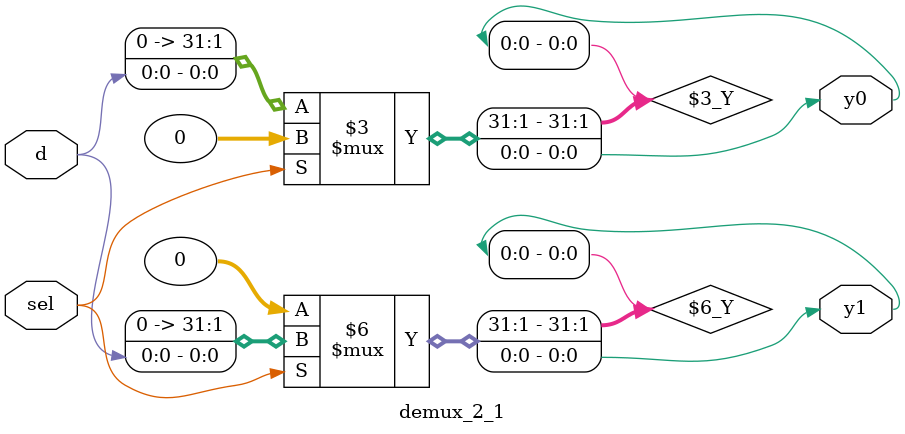
<source format=v>
module demux_2_1(
  input d,
  input  sel,
  output  y0,
  output  y1);
  
  assign y0= (sel==0) ? d : 0;
  assign y1= (sel==1) ? d : 0;
    endmodule

</source>
